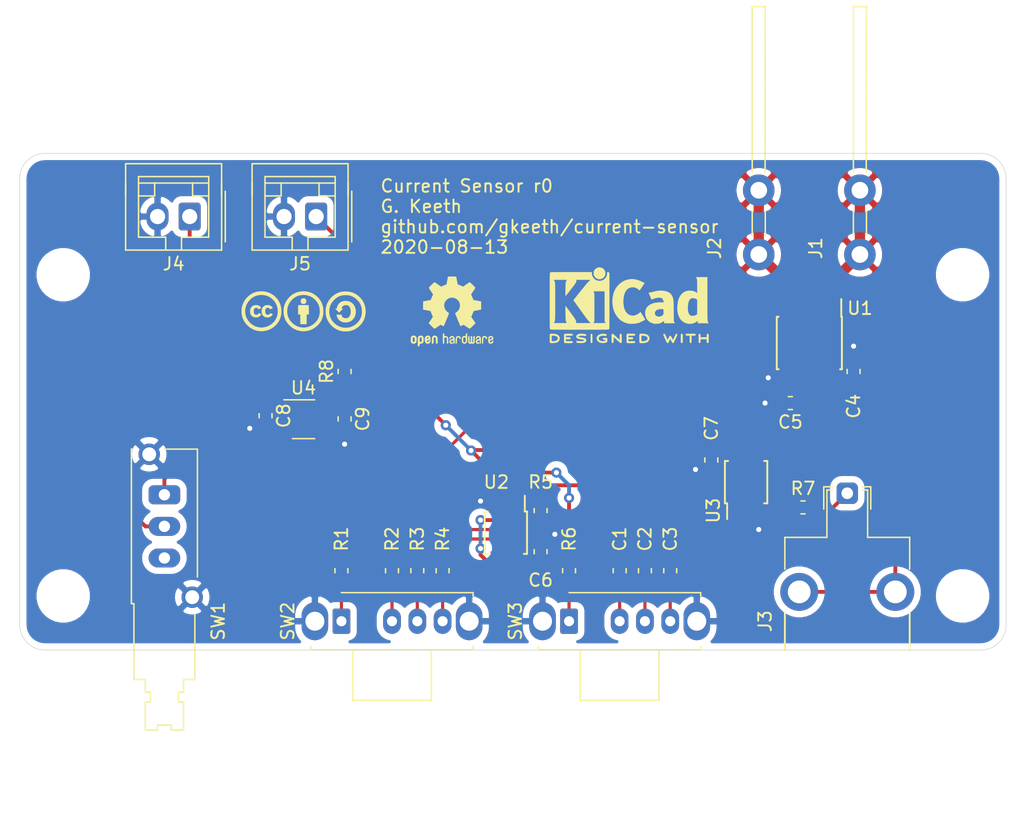
<source format=kicad_pcb>
(kicad_pcb (version 20171130) (host pcbnew "(5.1.6-83-g18490162f)")
  (layers (0 F.Cu signal) (31 B.Cu signal) (34 B.Paste user) (35 F.Paste user) (36 B.SilkS user) (37 F.SilkS user) (38 B.Mask user) (39 F.Mask user) (44 Edge.Cuts user))
  (net 0 "")
  (net 1 "Net-(C1-Pad2)")
  (net 2 "Net-(C1-Pad1)")
  (net 3 "Net-(C2-Pad2)")
  (net 4 "Net-(C3-Pad2)")
  (net 5 +5V)
  (net 6 GND)
  (net 7 "Net-(C5-Pad1)")
  (net 8 "Net-(R1-Pad2)")
  (net 9 "Net-(R1-Pad1)")
  (net 10 "Net-(R2-Pad2)")
  (net 11 "Net-(R2-Pad1)")
  (net 12 "Net-(R3-Pad2)")
  (net 13 "Net-(R4-Pad2)")
  (net 14 "Net-(R5-Pad1)")
  (net 15 "Net-(R7-Pad2)")
  (net 16 "Net-(SW1-Pad3)")
  (net 17 "Net-(U4-Pad4)")
  (net 18 /9V_switched)
  (net 19 /current+)
  (net 20 /current-)
  (net 21 /virtual_gnd)
  (net 22 /vout)
  (net 23 /9V)
  (net 24 /led_high)
  (module Button_Switch_THT_gkeeth:SW_Slide_SP3T_CK_OS103011MA7QP1 (layer F.Cu) (at 140 102)
    (fp_text reference SW3 (at -4.25 0 90) (layer F.SilkS))
    (fp_text value OS103011MA7QP1)
    (pad SH thru_hole oval (at 10.1 0) (size 2.1 3) (drill 1.5) (layers *.Cu *.Mask) (net 6 GND))
    (pad SH thru_hole oval (at -2.1 0) (size 2.1 3) (drill 1.5) (layers *.Cu *.Mask) (net 6 GND))
    (pad 4 thru_hole oval (at 8 0) (size 1.4 2) (drill 0.8) (layers *.Cu *.Mask) (net 4 "Net-(C3-Pad2)"))
    (pad 3 thru_hole oval (at 6 0) (size 1.4 2) (drill 0.8) (layers *.Cu *.Mask) (net 3 "Net-(C2-Pad2)"))
    (pad 2 thru_hole oval (at 4 0) (size 1.4 2) (drill 0.8) (layers *.Cu *.Mask) (net 1 "Net-(C1-Pad2)"))
    (pad 1 thru_hole roundrect (at 0 0) (size 1.4 2) (drill 0.8) (layers *.Cu *.Mask) (roundrect_rratio 0.132) (net 14 "Net-(R5-Pad1)"))
  )
  (module Button_Switch_THT_gkeeth:SW_Slide_SP3T_CK_OS103011MA7QP1 (layer F.Cu) (at 122 102)
    (fp_text reference SW2 (at -4.25 0 90) (layer F.SilkS))
    (fp_text value OS103011MA7QP1)
    (pad SH thru_hole oval (at 10.1 0) (size 2.1 3) (drill 1.5) (layers *.Cu *.Mask) (net 6 GND))
    (pad SH thru_hole oval (at -2.1 0) (size 2.1 3) (drill 1.5) (layers *.Cu *.Mask) (net 6 GND))
    (pad 4 thru_hole oval (at 8 0) (size 1.4 2) (drill 0.8) (layers *.Cu *.Mask) (net 13 "Net-(R4-Pad2)"))
    (pad 3 thru_hole oval (at 6 0) (size 1.4 2) (drill 0.8) (layers *.Cu *.Mask) (net 12 "Net-(R3-Pad2)"))
    (pad 2 thru_hole oval (at 4 0) (size 1.4 2) (drill 0.8) (layers *.Cu *.Mask) (net 10 "Net-(R2-Pad2)"))
    (pad 1 thru_hole roundrect (at 0 0) (size 1.4 2) (drill 0.8) (layers *.Cu *.Mask) (roundrect_rratio 0.132) (net 8 "Net-(R1-Pad2)"))
  )
  (module Button_Switch_THT_gkeeth:SW_Push_SPDT_CK_PN1xSxxx03QE (layer F.Cu) (at 108 92 270)
    (fp_text reference SW1 (at 10 -4.25 90) (layer F.SilkS))
    (fp_text value PN12SHNA03QE)
    (pad 3 thru_hole oval (at 5 0 270) (size 1.5 2.5) (drill 0.9) (layers *.Cu *.Mask) (net 16 "Net-(SW1-Pad3)"))
    (pad 2 thru_hole oval (at 2.5 0 270) (size 1.5 2.5) (drill 0.9) (layers *.Cu *.Mask) (net 23 /9V))
    (pad SH thru_hole circle (at 8.1 -2.2 270) (size 1.7 1.7) (drill 1.1) (layers *.Cu *.Mask) (net 6 GND))
    (pad SH thru_hole circle (at -3.2 1.2 270) (size 1.7 1.7) (drill 1.1) (layers *.Cu *.Mask) (net 6 GND))
    (pad 1 thru_hole roundrect (at 0 0 270) (size 1.5 2.5) (drill 0.9) (layers *.Cu *.Mask) (net 18 /9V_switched))
  )
  (module Connector_Coaxial_gkeeth:BNC_Molex_73100-0105_Horizontal (layer F.Cu) (at 162 91.88)
    (fp_text reference J3 (at -6.5 10.12 90) (layer F.SilkS))
    (fp_text value 0731000105)
    (pad 2 thru_hole circle (at -3.8 7.8) (size 3 3) (drill 1.8) (layers *.Cu *.Mask) (net 21 /virtual_gnd))
    (pad 2 thru_hole circle (at 3.8 7.8) (size 3 3) (drill 1.8) (layers *.Cu *.Mask) (net 21 /virtual_gnd))
    (pad 1 thru_hole roundrect (at 0 0) (size 1.7 1.7) (drill 0.92) (layers *.Cu *.Mask) (net 22 /vout))
  )
  (module Package_SO:SOIC-8_3.9x4.9mm_P1.27mm (layer F.Cu) (at 159 80 270)
    (fp_text reference U1 (at -2.75 -4 180) (layer F.SilkS))
    (fp_text value ACS730xLCTR-40AB)
    (pad 8 smd rect (at 2.7 -1.905 270) (size 1.55 0.6) (layers F.Cu F.Paste F.Mask) (net 5 +5V))
    (pad 7 smd rect (at 2.7 -0.635 270) (size 1.55 0.6) (layers F.Cu F.Paste F.Mask) (net 9 "Net-(R1-Pad1)"))
    (pad 6 smd rect (at 2.7 0.635 270) (size 1.55 0.6) (layers F.Cu F.Paste F.Mask) (net 7 "Net-(C5-Pad1)"))
    (pad 5 smd rect (at 2.7 1.905 270) (size 1.55 0.6) (layers F.Cu F.Paste F.Mask) (net 6 GND))
    (pad 4 smd rect (at -2.7 1.905 270) (size 1.55 0.6) (layers F.Cu F.Paste F.Mask) (net 20 /current-))
    (pad 3 smd rect (at -2.7 0.635 270) (size 1.55 0.6) (layers F.Cu F.Paste F.Mask) (net 20 /current-))
    (pad 2 smd rect (at -2.7 -0.635 270) (size 1.55 0.6) (layers F.Cu F.Paste F.Mask) (net 19 /current+))
    (pad 1 smd rect (at -2.7 -1.905 270) (size 1.55 0.6) (layers F.Cu F.Paste F.Mask) (net 19 /current+))
  )
  (module Capacitor_SMD:C_0603_1608Metric (layer F.Cu) (at 151.25 89.25 270)
    (fp_text reference C7 (at -2.5 0 90) (layer F.SilkS))
    (fp_text value 100n)
    (pad 2 smd roundrect (at 0.7875 0 270) (size 0.875 0.95) (layers F.Cu F.Paste F.Mask) (net 6 GND))
    (pad 1 smd roundrect (at -0.7875 0 270) (size 0.875 0.95) (layers F.Cu F.Paste F.Mask) (net 5 +5V))
  )
  (module Package_SO:MSOP-8_3x3mm_P0.65mm (layer F.Cu) (at 154 91 90)
    (fp_text reference U3 (at -2.25 -2.6 90) (layer F.SilkS))
    (fp_text value AD8616xRM)
    (pad 8 smd rect (at 2.2 -0.975 90) (size 1.45 0.45) (layers F.Cu F.Paste F.Mask) (net 5 +5V))
    (pad 7 smd rect (at 2.2 -0.325 90) (size 1.45 0.45) (layers F.Cu F.Paste F.Mask) (net 21 /virtual_gnd))
    (pad 6 smd rect (at 2.2 0.325 90) (size 1.45 0.45) (layers F.Cu F.Paste F.Mask) (net 21 /virtual_gnd))
    (pad 5 smd rect (at 2.2 0.975 90) (size 1.45 0.45) (layers F.Cu F.Paste F.Mask) (net 7 "Net-(C5-Pad1)"))
    (pad 4 smd rect (at -2.2 0.975 90) (size 1.45 0.45) (layers F.Cu F.Paste F.Mask) (net 6 GND))
    (pad 3 smd rect (at -2.2 0.325 90) (size 1.45 0.45) (layers F.Cu F.Paste F.Mask) (net 2 "Net-(C1-Pad1)"))
    (pad 2 smd rect (at -2.2 -0.325 90) (size 1.45 0.45) (layers F.Cu F.Paste F.Mask) (net 15 "Net-(R7-Pad2)"))
    (pad 1 smd rect (at -2.2 -0.975 90) (size 1.45 0.45) (layers F.Cu F.Paste F.Mask) (net 15 "Net-(R7-Pad2)"))
  )
  (module Symbol:OSHW-Logo2_7.3x6mm_SilkScreen (layer F.Cu) (at 130.75 77.5)
    (fp_text reference LOGO3 hide)
    (fp_text value Logo_Open_Hardware_Small hide)
  )
  (module Symbol:KiCad-Logo2_6mm_SilkScreen (layer F.Cu) (at 144.75 77)
    (fp_text reference LOGO2 hide)
    (fp_text value Logo_MadeWithKiCad hide)
  )
  (module Connector_Molex_SL:Molex_SL_A-70543-0001_1x02_P2.54mm_Vertical (layer F.Cu) (at 120 70 180)
    (fp_text reference J5 (at 1.27 -3.74) (layer F.SilkS))
    (fp_text value Molex_SL_01x02_Male)
    (pad 2 thru_hole oval (at 2.54 0 180) (size 1.74 2.2) (drill 1.2) (layers *.Cu *.Mask) (net 6 GND))
    (pad 1 thru_hole roundrect (at 0 0 180) (size 1.74 2.2) (drill 1.2) (layers *.Cu *.Mask) (roundrect_rratio 0.143678) (net 24 /led_high))
  )
  (module Connector_Molex_Quixon:Connector_Molex_Quixon_19713-4001_1x01_Horizontal (layer F.Cu) (at 155 73 90)
    (fp_text reference J2 (at 0.5 -3.5 90) (layer F.SilkS))
    (fp_text value ‎0197134001‎)
    (pad 1 thru_hole circle (at 5.08 0 90) (size 2.5 2.5) (drill 1.32) (layers *.Cu *.Mask) (net 20 /current-))
    (pad 1 thru_hole circle (at 0 0 90) (size 2.5 2.5) (drill 1.32) (layers *.Cu *.Mask) (net 20 /current-))
  )
  (module Connector_Molex_Quixon:Connector_Molex_Quixon_19713-4001_1x01_Horizontal (layer F.Cu) (at 163 73 90)
    (fp_text reference J1 (at 0.5 -3.5 90) (layer F.SilkS))
    (fp_text value ‎0197134001‎)
    (pad 1 thru_hole circle (at 5.08 0 90) (size 2.5 2.5) (drill 1.32) (layers *.Cu *.Mask) (net 19 /current+))
    (pad 1 thru_hole circle (at 0 0 90) (size 2.5 2.5) (drill 1.32) (layers *.Cu *.Mask) (net 19 /current+))
  )
  (module Package_TO_SOT_SMD:TSOT-23-5 (layer F.Cu) (at 119 86)
    (fp_text reference U4 (at 0 -2.45) (layer F.SilkS))
    (fp_text value NCP718ASN500)
    (pad 5 smd rect (at 1.31 -0.95) (size 1.22 0.65) (layers F.Cu F.Paste F.Mask) (net 5 +5V))
    (pad 4 smd rect (at 1.31 0.95) (size 1.22 0.65) (layers F.Cu F.Paste F.Mask) (net 17 "Net-(U4-Pad4)"))
    (pad 3 smd rect (at -1.31 0.95) (size 1.22 0.65) (layers F.Cu F.Paste F.Mask) (net 18 /9V_switched))
    (pad 2 smd rect (at -1.31 0) (size 1.22 0.65) (layers F.Cu F.Paste F.Mask) (net 6 GND))
    (pad 1 smd rect (at -1.31 -0.95) (size 1.22 0.65) (layers F.Cu F.Paste F.Mask) (net 18 /9V_switched))
  )
  (module Capacitor_SMD:C_0603_1608Metric (layer F.Cu) (at 122.25 86 270)
    (fp_text reference C9 (at 0 -1.43 90) (layer F.SilkS))
    (fp_text value 1u)
    (pad 2 smd roundrect (at 0.7875 0 270) (size 0.875 0.95) (layers F.Cu F.Paste F.Mask) (net 6 GND))
    (pad 1 smd roundrect (at -0.7875 0 270) (size 0.875 0.95) (layers F.Cu F.Paste F.Mask) (net 5 +5V))
  )
  (module MountingHole:MountingHole_3.2mm_M3 (layer F.Cu) (at 100 100)
    (fp_text reference H4 hide)
    (fp_text value MountingHole hide)
    (pad 1 np_thru_hole circle (at 0 0) (size 3.2 3.2) (drill 3.2) (layers *.Cu *.Mask))
  )
  (module MountingHole:MountingHole_3.2mm_M3 (layer F.Cu) (at 171.12 100)
    (fp_text reference H3 hide)
    (fp_text value MountingHole hide)
    (pad 1 np_thru_hole circle (at 0 0) (size 3.2 3.2) (drill 3.2) (layers *.Cu *.Mask))
  )
  (module MountingHole:MountingHole_3.2mm_M3 (layer F.Cu) (at 171.12 74.6)
    (fp_text reference H2 hide)
    (fp_text value MountingHole hide)
    (pad 1 np_thru_hole circle (at 0 0) (size 3.2 3.2) (drill 3.2) (layers *.Cu *.Mask))
  )
  (module MountingHole:MountingHole_3.2mm_M3 (layer F.Cu) (at 100 74.6)
    (fp_text reference H1 hide)
    (fp_text value MountingHole hide)
    (pad 1 np_thru_hole circle (at 0 0) (size 3.2 3.2) (drill 3.2) (layers *.Cu *.Mask))
  )
  (module Package_SO:MSOP-8_3x3mm_P0.65mm (layer F.Cu) (at 135 95 270)
    (fp_text reference U2 (at -4 0.75 180) (layer F.SilkS))
    (fp_text value AD8616xRM)
    (pad 8 smd rect (at 2.2 -0.975 270) (size 1.45 0.45) (layers F.Cu F.Paste F.Mask) (net 5 +5V))
    (pad 7 smd rect (at 2.2 -0.325 270) (size 1.45 0.45) (layers F.Cu F.Paste F.Mask) (net 2 "Net-(C1-Pad1)"))
    (pad 6 smd rect (at 2.2 0.325 270) (size 1.45 0.45) (layers F.Cu F.Paste F.Mask) (net 14 "Net-(R5-Pad1)"))
    (pad 5 smd rect (at 2.2 0.975 270) (size 1.45 0.45) (layers F.Cu F.Paste F.Mask) (net 21 /virtual_gnd))
    (pad 4 smd rect (at -2.2 0.975 270) (size 1.45 0.45) (layers F.Cu F.Paste F.Mask) (net 6 GND))
    (pad 3 smd rect (at -2.2 0.325 270) (size 1.45 0.45) (layers F.Cu F.Paste F.Mask) (net 21 /virtual_gnd))
    (pad 2 smd rect (at -2.2 -0.325 270) (size 1.45 0.45) (layers F.Cu F.Paste F.Mask) (net 8 "Net-(R1-Pad2)"))
    (pad 1 smd rect (at -2.2 -0.975 270) (size 1.45 0.45) (layers F.Cu F.Paste F.Mask) (net 11 "Net-(R2-Pad1)"))
  )
  (module Resistor_SMD:R_0603_1608Metric (layer F.Cu) (at 122.25 82.25 90)
    (fp_text reference R8 (at 0 -1.43 270) (layer F.SilkS))
    (fp_text value R)
    (pad 2 smd roundrect (at 0.7875 0 90) (size 0.875 0.95) (layers F.Cu F.Paste F.Mask) (net 24 /led_high))
    (pad 1 smd roundrect (at -0.7875 0 90) (size 0.875 0.95) (layers F.Cu F.Paste F.Mask) (net 5 +5V))
  )
  (module Resistor_SMD:R_0603_1608Metric (layer F.Cu) (at 158.5 93 180)
    (fp_text reference R7 (at 0 1.5) (layer F.SilkS))
    (fp_text value 49.9)
    (pad 2 smd roundrect (at 0.7875 0 180) (size 0.875 0.95) (layers F.Cu F.Paste F.Mask) (net 15 "Net-(R7-Pad2)"))
    (pad 1 smd roundrect (at -0.7875 0 180) (size 0.875 0.95) (layers F.Cu F.Paste F.Mask) (net 22 /vout))
  )
  (module Resistor_SMD:R_0603_1608Metric (layer F.Cu) (at 140 98 90)
    (fp_text reference R6 (at 2.5 0 90) (layer F.SilkS))
    (fp_text value 10k)
    (pad 2 smd roundrect (at 0.7875 0 90) (size 0.875 0.95) (layers F.Cu F.Paste F.Mask) (net 2 "Net-(C1-Pad1)"))
    (pad 1 smd roundrect (at -0.7875 0 90) (size 0.875 0.95) (layers F.Cu F.Paste F.Mask) (net 14 "Net-(R5-Pad1)"))
  )
  (module Resistor_SMD:R_0603_1608Metric (layer F.Cu) (at 137.75 93.25 90)
    (fp_text reference R5 (at 2.25 0 180) (layer F.SilkS))
    (fp_text value 10k)
    (pad 2 smd roundrect (at 0.7875 0 90) (size 0.875 0.95) (layers F.Cu F.Paste F.Mask) (net 11 "Net-(R2-Pad1)"))
    (pad 1 smd roundrect (at -0.7875 0 90) (size 0.875 0.95) (layers F.Cu F.Paste F.Mask) (net 14 "Net-(R5-Pad1)"))
  )
  (module Resistor_SMD:R_0603_1608Metric (layer F.Cu) (at 130 98 270)
    (fp_text reference R4 (at -2.5 0 90) (layer F.SilkS))
    (fp_text value 100k)
    (pad 2 smd roundrect (at 0.7875 0 270) (size 0.875 0.95) (layers F.Cu F.Paste F.Mask) (net 13 "Net-(R4-Pad2)"))
    (pad 1 smd roundrect (at -0.7875 0 270) (size 0.875 0.95) (layers F.Cu F.Paste F.Mask) (net 11 "Net-(R2-Pad1)"))
  )
  (module Resistor_SMD:R_0603_1608Metric (layer F.Cu) (at 128 98 270)
    (fp_text reference R3 (at -2.5 0 90) (layer F.SilkS))
    (fp_text value 10k)
    (pad 2 smd roundrect (at 0.7875 0 270) (size 0.875 0.95) (layers F.Cu F.Paste F.Mask) (net 12 "Net-(R3-Pad2)"))
    (pad 1 smd roundrect (at -0.7875 0 270) (size 0.875 0.95) (layers F.Cu F.Paste F.Mask) (net 11 "Net-(R2-Pad1)"))
  )
  (module Resistor_SMD:R_0603_1608Metric (layer F.Cu) (at 126 98 270)
    (fp_text reference R2 (at -2.5 0 90) (layer F.SilkS))
    (fp_text value 1k)
    (pad 2 smd roundrect (at 0.7875 0 270) (size 0.875 0.95) (layers F.Cu F.Paste F.Mask) (net 10 "Net-(R2-Pad2)"))
    (pad 1 smd roundrect (at -0.7875 0 270) (size 0.875 0.95) (layers F.Cu F.Paste F.Mask) (net 11 "Net-(R2-Pad1)"))
  )
  (module Resistor_SMD:R_0603_1608Metric (layer F.Cu) (at 122 98 270)
    (fp_text reference R1 (at -2.5 0 90) (layer F.SilkS))
    (fp_text value 1k)
    (pad 2 smd roundrect (at 0.7875 0 270) (size 0.875 0.95) (layers F.Cu F.Paste F.Mask) (net 8 "Net-(R1-Pad2)"))
    (pad 1 smd roundrect (at -0.7875 0 270) (size 0.875 0.95) (layers F.Cu F.Paste F.Mask) (net 9 "Net-(R1-Pad1)"))
  )
  (module Symbol_CreativeCommons:CC-BY-SA_SilkScreenTop_Small (layer F.Cu) (at 119 77.5)
    (fp_text reference LOGO1 hide)
    (fp_text value CC-BY-SA_0.5in hide)
  )
  (module Connector_Molex_SL:Molex_SL_A-70543-0001_1x02_P2.54mm_Vertical (layer F.Cu) (at 110 70 180)
    (fp_text reference J4 (at 1.27 -3.74 180) (layer F.SilkS))
    (fp_text value Molex_SL_01x02_Male)
    (pad 2 thru_hole oval (at 2.54 0 180) (size 1.74 2.2) (drill 1.2) (layers *.Cu *.Mask) (net 6 GND))
    (pad 1 thru_hole roundrect (at 0 0 180) (size 1.74 2.2) (drill 1.2) (layers *.Cu *.Mask) (roundrect_rratio 0.143678) (net 23 /9V))
  )
  (module Capacitor_SMD:C_0603_1608Metric (layer F.Cu) (at 116 85.75 270)
    (fp_text reference C8 (at 0 -1.43 90) (layer F.SilkS))
    (fp_text value 1u)
    (pad 2 smd roundrect (at 0.7875 0 270) (size 0.875 0.95) (layers F.Cu F.Paste F.Mask) (net 6 GND))
    (pad 1 smd roundrect (at -0.7875 0 270) (size 0.875 0.95) (layers F.Cu F.Paste F.Mask) (net 18 /9V_switched))
  )
  (module Capacitor_SMD:C_0603_1608Metric (layer F.Cu) (at 137.75 96.5 90)
    (fp_text reference C6 (at -2.25 0 180) (layer F.SilkS))
    (fp_text value 100n)
    (pad 2 smd roundrect (at 0.7875 0 90) (size 0.875 0.95) (layers F.Cu F.Paste F.Mask) (net 6 GND))
    (pad 1 smd roundrect (at -0.7875 0 90) (size 0.875 0.95) (layers F.Cu F.Paste F.Mask) (net 5 +5V))
  )
  (module Capacitor_SMD:C_0603_1608Metric (layer F.Cu) (at 157.5 84.75 180)
    (fp_text reference C5 (at 0 -1.5 180) (layer F.SilkS))
    (fp_text value 1n)
    (pad 2 smd roundrect (at 0.7875 0 180) (size 0.875 0.95) (layers F.Cu F.Paste F.Mask) (net 6 GND))
    (pad 1 smd roundrect (at -0.7875 0 180) (size 0.875 0.95) (layers F.Cu F.Paste F.Mask) (net 7 "Net-(C5-Pad1)"))
  )
  (module Capacitor_SMD:C_0603_1608Metric (layer F.Cu) (at 162.5 82.25 270)
    (fp_text reference C4 (at 2.75 0 90) (layer F.SilkS))
    (fp_text value 100n)
    (pad 2 smd roundrect (at 0.7875 0 270) (size 0.875 0.95) (layers F.Cu F.Paste F.Mask) (net 5 +5V))
    (pad 1 smd roundrect (at -0.7875 0 270) (size 0.875 0.95) (layers F.Cu F.Paste F.Mask) (net 6 GND))
  )
  (module Capacitor_SMD:C_0603_1608Metric (layer F.Cu) (at 148 98 270)
    (fp_text reference C3 (at -2.5 0 90) (layer F.SilkS))
    (fp_text value 15n)
    (pad 2 smd roundrect (at 0.7875 0 270) (size 0.875 0.95) (layers F.Cu F.Paste F.Mask) (net 4 "Net-(C3-Pad2)"))
    (pad 1 smd roundrect (at -0.7875 0 270) (size 0.875 0.95) (layers F.Cu F.Paste F.Mask) (net 2 "Net-(C1-Pad1)"))
  )
  (module Capacitor_SMD:C_0603_1608Metric (layer F.Cu) (at 146 98 270)
    (fp_text reference C2 (at -2.5 0 90) (layer F.SilkS))
    (fp_text value 1.5n)
    (pad 2 smd roundrect (at 0.7875 0 270) (size 0.875 0.95) (layers F.Cu F.Paste F.Mask) (net 3 "Net-(C2-Pad2)"))
    (pad 1 smd roundrect (at -0.7875 0 270) (size 0.875 0.95) (layers F.Cu F.Paste F.Mask) (net 2 "Net-(C1-Pad1)"))
  )
  (module Capacitor_SMD:C_0603_1608Metric (layer F.Cu) (at 144 98 270)
    (fp_text reference C1 (at -2.5 0 90) (layer F.SilkS))
    (fp_text value 150p)
    (pad 2 smd roundrect (at 0.7875 0 270) (size 0.875 0.95) (layers F.Cu F.Paste F.Mask) (net 1 "Net-(C1-Pad2)"))
    (pad 1 smd roundrect (at -0.7875 0 270) (size 0.875 0.95) (layers F.Cu F.Paste F.Mask) (net 2 "Net-(C1-Pad1)"))
  )
  (gr_text "Current Sensor r0\nG. Keeth\ngithub.com/gkeeth/current-sensor\n2020-08-13" (at 125 70) (layer F.SilkS) (effects (font (size 1 1)) (justify left)))
  (gr_line (start 174.56 102.28) (end 174.56 67) (angle 90) (layer Edge.Cuts) (width 0.05))
  (gr_line (start 98.56 104.28) (end 172.56 104.28) (angle 90) (layer Edge.Cuts) (width 0.05))
  (gr_line (start 96.56 67) (end 96.56 102.28) (angle 90) (layer Edge.Cuts) (width 0.05))
  (gr_arc (start 98.56 102.28) (end 96.56 102.28) (angle -90) (layer Edge.Cuts) (width 0.05))
  (gr_arc (start 172.56 102.28) (end 172.56 104.28) (angle -90) (layer Edge.Cuts) (width 0.05))
  (gr_line (start 98.56 65) (end 172.56 65) (angle 90) (layer Edge.Cuts) (width 0.05))
  (gr_arc (start 98.56 67) (end 98.56 65) (angle -90) (layer Edge.Cuts) (width 0.05))
  (gr_arc (start 172.56 67) (end 174.56 67) (angle -90) (layer Edge.Cuts) (width 0.05))
  (segment (start 144 98.7875) (end 144 102) (width 0.25) (layer F.Cu) (net 1))
  (segment (start 151.2875 97.2125) (end 148 97.2125) (width 0.25) (layer F.Cu) (net 2))
  (segment (start 154.325 94.175) (end 151.2875 97.2125) (width 0.25) (layer F.Cu) (net 2))
  (segment (start 154.325 93.2) (end 154.325 94.175) (width 0.25) (layer F.Cu) (net 2))
  (segment (start 148 97.2125) (end 146 97.2125) (width 0.25) (layer F.Cu) (net 2))
  (segment (start 146 97.2125) (end 144 97.2125) (width 0.25) (layer F.Cu) (net 2))
  (segment (start 144 97.2125) (end 140 97.2125) (width 0.25) (layer F.Cu) (net 2))
  (segment (start 135.976408 98.75) (end 135.325 98.098592) (width 0.25) (layer F.Cu) (net 2))
  (segment (start 135.325 98.098592) (end 135.325 97.2) (width 0.25) (layer F.Cu) (net 2))
  (segment (start 138.4625 98.75) (end 135.976408 98.75) (width 0.25) (layer F.Cu) (net 2))
  (segment (start 140 97.2125) (end 138.4625 98.75) (width 0.25) (layer F.Cu) (net 2))
  (segment (start 146 98.7875) (end 146 102) (width 0.25) (layer F.Cu) (net 3))
  (segment (start 148 98.7875) (end 148 102) (width 0.25) (layer F.Cu) (net 4))
  (segment (start 161.2425 83.0375) (end 160.905 82.7) (width 0.3048) (layer F.Cu) (net 5))
  (segment (start 162.5 83.0375) (end 161.2425 83.0375) (width 0.3048) (layer F.Cu) (net 5))
  (segment (start 151.5875 88.8) (end 151.25 88.4625) (width 0.3048) (layer F.Cu) (net 5))
  (segment (start 153.025 88.8) (end 151.5875 88.8) (width 0.3048) (layer F.Cu) (net 5))
  (segment (start 136.0625 97.2875) (end 135.975 97.2) (width 0.3048) (layer F.Cu) (net 5))
  (segment (start 137.75 97.2875) (end 136.0625 97.2875) (width 0.3048) (layer F.Cu) (net 5))
  (segment (start 160.905 82.7) (end 160.8 82.7) (width 0.3048) (layer F.Cu) (net 5))
  (segment (start 122.0875 85.05) (end 122.25 85.2125) (width 0.3048) (layer F.Cu) (net 5))
  (segment (start 120.31 85.05) (end 122.0875 85.05) (width 0.3048) (layer F.Cu) (net 5))
  (segment (start 122.25 85.2125) (end 122.25 83.0375) (width 0.3048) (layer F.Cu) (net 5))
  (via (at 132.25 88.5) (size 0.8) (drill 0.4) (layers F.Cu B.Cu) (net 5))
  (segment (start 132.2875 88.4625) (end 132.25 88.5) (width 0.3048) (layer F.Cu) (net 5))
  (segment (start 151.25 88.4625) (end 132.2875 88.4625) (width 0.3048) (layer F.Cu) (net 5))
  (via (at 130.25 86.5) (size 0.8) (drill 0.4) (layers F.Cu B.Cu) (net 5))
  (segment (start 132.25 88.5) (end 130.25 86.5) (width 0.3048) (layer B.Cu) (net 5))
  (segment (start 128.9625 85.2125) (end 122.25 85.2125) (width 0.3048) (layer F.Cu) (net 5))
  (segment (start 130.25 86.5) (end 128.9625 85.2125) (width 0.3048) (layer F.Cu) (net 5))
  (segment (start 122.2875 85.2125) (end 122.25 85.2125) (width 0.3048) (layer F.Cu) (net 5))
  (segment (start 127.75 79.75) (end 122.2875 85.2125) (width 0.3048) (layer F.Cu) (net 5))
  (segment (start 159.25 79.75) (end 127.75 79.75) (width 0.3048) (layer F.Cu) (net 5))
  (segment (start 160.905 81.405) (end 159.25 79.75) (width 0.3048) (layer F.Cu) (net 5))
  (segment (start 160.905 82.7) (end 160.905 81.405) (width 0.3048) (layer F.Cu) (net 5))
  (via (at 140 92.25) (size 0.8) (drill 0.4) (layers F.Cu B.Cu) (net 5))
  (segment (start 140 92.25) (end 140 91.25) (width 0.3048) (layer B.Cu) (net 5))
  (via (at 139 90.25) (size 0.8) (drill 0.4) (layers F.Cu B.Cu) (net 5))
  (segment (start 140 91.25) (end 139 90.25) (width 0.3048) (layer B.Cu) (net 5))
  (segment (start 134 90.25) (end 132.25 88.5) (width 0.3048) (layer F.Cu) (net 5))
  (segment (start 139 90.25) (end 134 90.25) (width 0.3048) (layer F.Cu) (net 5))
  (segment (start 137.75 97.2875) (end 138.326056 97.2875) (width 0.3048) (layer F.Cu) (net 5))
  (segment (start 138.326056 97.2875) (end 140 95.613556) (width 0.3048) (layer F.Cu) (net 5))
  (segment (start 140 95.613556) (end 140 92.25) (width 0.3048) (layer F.Cu) (net 5))
  (via (at 114.75 86.75) (size 0.8) (drill 0.4) (layers F.Cu B.Cu) (net 6))
  (segment (start 114.9625 86.5375) (end 114.75 86.75) (width 0.3048) (layer F.Cu) (net 6))
  (segment (start 116 86.5375) (end 114.9625 86.5375) (width 0.3048) (layer F.Cu) (net 6))
  (segment (start 116.5375 86) (end 117.69 86) (width 0.3048) (layer F.Cu) (net 6))
  (segment (start 116 86.5375) (end 116.5375 86) (width 0.3048) (layer F.Cu) (net 6))
  (via (at 122.25 88) (size 0.8) (drill 0.4) (layers F.Cu B.Cu) (net 6))
  (segment (start 122.25 86.7875) (end 122.25 88) (width 0.3048) (layer F.Cu) (net 6))
  (via (at 162.5 80.25) (size 0.8) (drill 0.4) (layers F.Cu B.Cu) (net 6))
  (segment (start 162.5 81.4625) (end 162.5 80.25) (width 0.3048) (layer F.Cu) (net 6))
  (segment (start 155.8 82.7) (end 155.75 82.75) (width 0.3048) (layer F.Cu) (net 6))
  (via (at 155.75 82.75) (size 0.8) (drill 0.4) (layers F.Cu B.Cu) (net 6))
  (segment (start 157.095 82.7) (end 155.8 82.7) (width 0.3048) (layer F.Cu) (net 6))
  (segment (start 156.7125 84.75) (end 155.5 84.75) (width 0.3048) (layer F.Cu) (net 6))
  (via (at 155.5 84.75) (size 0.8) (drill 0.4) (layers F.Cu B.Cu) (net 6))
  (via (at 155 94.75) (size 0.8) (drill 0.4) (layers F.Cu B.Cu) (net 6))
  (segment (start 154.975 94.725) (end 155 94.75) (width 0.3048) (layer F.Cu) (net 6))
  (segment (start 154.975 93.2) (end 154.975 94.725) (width 0.3048) (layer F.Cu) (net 6))
  (via (at 150 90) (size 0.8) (drill 0.4) (layers F.Cu B.Cu) (net 6))
  (segment (start 150.0375 90.0375) (end 150 90) (width 0.3048) (layer F.Cu) (net 6))
  (segment (start 151.25 90.0375) (end 150.0375 90.0375) (width 0.3048) (layer F.Cu) (net 6))
  (via (at 133 92.5) (size 0.8) (drill 0.4) (layers F.Cu B.Cu) (net 6))
  (segment (start 133.3 92.8) (end 133 92.5) (width 0.3048) (layer F.Cu) (net 6))
  (segment (start 134.025 92.8) (end 133.3 92.8) (width 0.3048) (layer F.Cu) (net 6))
  (segment (start 138.2875 95.7125) (end 138.875 95.125) (width 0.3048) (layer F.Cu) (net 6))
  (segment (start 137.75 95.7125) (end 138.2875 95.7125) (width 0.3048) (layer F.Cu) (net 6))
  (via (at 138.875 95.125) (size 0.8) (drill 0.4) (layers F.Cu B.Cu) (net 6))
  (segment (start 158.2875 82.7775) (end 158.365 82.7) (width 0.25) (layer F.Cu) (net 7))
  (segment (start 158.2875 84.75) (end 158.2875 82.7775) (width 0.25) (layer F.Cu) (net 7))
  (segment (start 158.2875 85.9625) (end 158.2875 84.75) (width 0.25) (layer F.Cu) (net 7))
  (segment (start 155.45 88.8) (end 158.2875 85.9625) (width 0.25) (layer F.Cu) (net 7))
  (segment (start 154.975 88.8) (end 155.45 88.8) (width 0.25) (layer F.Cu) (net 7))
  (segment (start 122 98.7875) (end 122 102) (width 0.25) (layer F.Cu) (net 8))
  (segment (start 135.325 93.925) (end 135.325 92.8) (width 0.25) (layer F.Cu) (net 8))
  (segment (start 134.5 94.75) (end 135.325 93.925) (width 0.25) (layer F.Cu) (net 8))
  (segment (start 126.0375 94.75) (end 134.5 94.75) (width 0.25) (layer F.Cu) (net 8))
  (segment (start 122 98.7875) (end 126.0375 94.75) (width 0.25) (layer F.Cu) (net 8))
  (segment (start 159 81) (end 159.635 81.635) (width 0.25) (layer F.Cu) (net 9))
  (segment (start 156.25 81) (end 159 81) (width 0.25) (layer F.Cu) (net 9))
  (segment (start 150.75 86.5) (end 156.25 81) (width 0.25) (layer F.Cu) (net 9))
  (segment (start 132.275 86.5) (end 150.75 86.5) (width 0.25) (layer F.Cu) (net 9))
  (segment (start 159.635 81.635) (end 159.635 82.7) (width 0.25) (layer F.Cu) (net 9))
  (segment (start 122 96.775) (end 132.275 86.5) (width 0.25) (layer F.Cu) (net 9))
  (segment (start 122 97.2125) (end 122 96.775) (width 0.25) (layer F.Cu) (net 9))
  (segment (start 126 98.7875) (end 126 102) (width 0.25) (layer F.Cu) (net 10))
  (segment (start 126 97.2125) (end 128 97.2125) (width 0.25) (layer F.Cu) (net 11))
  (segment (start 128 97.2125) (end 130 97.2125) (width 0.25) (layer F.Cu) (net 11))
  (segment (start 136.3125 92.4625) (end 135.975 92.8) (width 0.25) (layer F.Cu) (net 11))
  (segment (start 137.75 92.4625) (end 136.3125 92.4625) (width 0.25) (layer F.Cu) (net 11))
  (segment (start 135.975 94.093205) (end 135.975 92.8) (width 0.25) (layer F.Cu) (net 11))
  (segment (start 131.7125 95.5) (end 134.568205 95.5) (width 0.25) (layer F.Cu) (net 11))
  (segment (start 134.568205 95.5) (end 135.975 94.093205) (width 0.25) (layer F.Cu) (net 11))
  (segment (start 130 97.2125) (end 131.7125 95.5) (width 0.25) (layer F.Cu) (net 11))
  (segment (start 128 98.7875) (end 128 102) (width 0.25) (layer F.Cu) (net 12))
  (segment (start 130 102) (end 130 98.7875) (width 0.25) (layer F.Cu) (net 13))
  (segment (start 140 102) (end 140 98.7875) (width 0.25) (layer F.Cu) (net 14))
  (segment (start 134.675 98.925) (end 134.675 97.2) (width 0.25) (layer F.Cu) (net 14))
  (segment (start 139.0375 99.75) (end 135.5 99.75) (width 0.25) (layer F.Cu) (net 14))
  (segment (start 135.5 99.75) (end 134.675 98.925) (width 0.25) (layer F.Cu) (net 14))
  (segment (start 140 98.7875) (end 139.0375 99.75) (width 0.25) (layer F.Cu) (net 14))
  (segment (start 136.9625 94.0375) (end 137.75 94.0375) (width 0.25) (layer F.Cu) (net 14))
  (segment (start 134.675 96.325) (end 136.9625 94.0375) (width 0.25) (layer F.Cu) (net 14))
  (segment (start 134.675 97.2) (end 134.675 96.325) (width 0.25) (layer F.Cu) (net 14))
  (segment (start 157.7125 93) (end 156.7125 92) (width 0.3048) (layer F.Cu) (net 15))
  (segment (start 153.675 92.1702) (end 153.675 93.2) (width 0.3048) (layer F.Cu) (net 15))
  (segment (start 153.8452 92) (end 153.675 92.1702) (width 0.3048) (layer F.Cu) (net 15))
  (segment (start 156.7125 92) (end 153.8452 92) (width 0.3048) (layer F.Cu) (net 15))
  (segment (start 153.025 93.2) (end 153.675 93.2) (width 0.3048) (layer F.Cu) (net 15))
  (segment (start 117.6025 84.9625) (end 117.69 85.05) (width 0.3048) (layer F.Cu) (net 18))
  (segment (start 116 84.9625) (end 117.6025 84.9625) (width 0.3048) (layer F.Cu) (net 18))
  (segment (start 118.706401 86.848399) (end 118.6048 86.95) (width 0.3048) (layer F.Cu) (net 18))
  (segment (start 118.706401 85.151601) (end 118.706401 86.848399) (width 0.3048) (layer F.Cu) (net 18))
  (segment (start 118.6048 86.95) (end 117.69 86.95) (width 0.3048) (layer F.Cu) (net 18))
  (segment (start 118.6048 85.05) (end 118.706401 85.151601) (width 0.3048) (layer F.Cu) (net 18))
  (segment (start 117.69 85.05) (end 118.6048 85.05) (width 0.3048) (layer F.Cu) (net 18))
  (segment (start 108 92) (end 108 90.75) (width 0.3048) (layer F.Cu) (net 18))
  (segment (start 113.7875 84.9625) (end 116 84.9625) (width 0.3048) (layer F.Cu) (net 18))
  (segment (start 108 90.75) (end 113.7875 84.9625) (width 0.3048) (layer F.Cu) (net 18))
  (segment (start 159.635 77.3) (end 160.905 77.3) (width 0.8128) (layer F.Cu) (net 19))
  (segment (start 160.905 75.095) (end 163 73) (width 0.8128) (layer F.Cu) (net 19))
  (segment (start 160.905 77.3) (end 160.905 75.095) (width 0.8128) (layer F.Cu) (net 19))
  (segment (start 163 67.92) (end 163 73) (width 0.8128) (layer F.Cu) (net 19))
  (segment (start 157.095 77.3) (end 158.31419 77.3) (width 0.8128) (layer F.Cu) (net 20))
  (segment (start 157.095 75.095) (end 155 73) (width 0.8128) (layer F.Cu) (net 20))
  (segment (start 157.095 77.3) (end 157.095 75.095) (width 0.8128) (layer F.Cu) (net 20))
  (segment (start 155 67.92) (end 155 73) (width 0.8128) (layer F.Cu) (net 20))
  (segment (start 153.675 88.8) (end 154.325 88.8) (width 0.3048) (layer F.Cu) (net 21))
  (segment (start 158.2 99.68) (end 165.8 99.68) (width 0.3048) (layer F.Cu) (net 21))
  (segment (start 154.325 89.8298) (end 154.75 90.2548) (width 0.3048) (layer F.Cu) (net 21))
  (segment (start 154.325 88.8) (end 154.325 89.8298) (width 0.3048) (layer F.Cu) (net 21))
  (segment (start 154.75 90.2548) (end 164.5048 90.2548) (width 0.3048) (layer F.Cu) (net 21))
  (segment (start 165.8 91.55) (end 165.8 99.68) (width 0.3048) (layer F.Cu) (net 21))
  (segment (start 164.5048 90.2548) (end 165.8 91.55) (width 0.3048) (layer F.Cu) (net 21))
  (segment (start 153.675 89.8298) (end 152.2548 91.25) (width 0.3048) (layer F.Cu) (net 21))
  (segment (start 153.675 88.8) (end 153.675 89.8298) (width 0.3048) (layer F.Cu) (net 21))
  (segment (start 134.675 91.7702) (end 134.675 92.8) (width 0.3048) (layer F.Cu) (net 21))
  (segment (start 135.1952 91.25) (end 134.675 91.7702) (width 0.3048) (layer F.Cu) (net 21))
  (segment (start 152.2548 91.25) (end 135.1952 91.25) (width 0.3048) (layer F.Cu) (net 21))
  (via (at 133 96.25) (size 0.8) (drill 0.4) (layers F.Cu B.Cu) (net 21))
  (segment (start 133 96.75) (end 133 96.25) (width 0.3048) (layer F.Cu) (net 21))
  (segment (start 133.45 97.2) (end 133 96.75) (width 0.3048) (layer F.Cu) (net 21))
  (segment (start 134.025 97.2) (end 133.45 97.2) (width 0.3048) (layer F.Cu) (net 21))
  (via (at 133.000009 93.999991) (size 0.8) (drill 0.4) (layers F.Cu B.Cu) (net 21))
  (segment (start 133 94) (end 133.000009 93.999991) (width 0.3048) (layer B.Cu) (net 21))
  (segment (start 134.504809 93.999991) (end 133.000009 93.999991) (width 0.3048) (layer F.Cu) (net 21))
  (segment (start 133 96.25) (end 133 94) (width 0.3048) (layer B.Cu) (net 21))
  (segment (start 134.675 92.8) (end 134.675 93.8298) (width 0.3048) (layer F.Cu) (net 21))
  (segment (start 134.675 93.8298) (end 134.504809 93.999991) (width 0.3048) (layer F.Cu) (net 21))
  (segment (start 160.88 93) (end 162 91.88) (width 0.3048) (layer F.Cu) (net 22))
  (segment (start 159.2875 93) (end 160.88 93) (width 0.3048) (layer F.Cu) (net 22))
  (segment (start 108 94.5) (end 106.5 94.5) (width 0.3048) (layer F.Cu) (net 23))
  (segment (start 106.5 94.5) (end 104.75 92.75) (width 0.3048) (layer F.Cu) (net 23))
  (segment (start 104.75 92.75) (end 104.75 79) (width 0.3048) (layer F.Cu) (net 23))
  (segment (start 110 73.75) (end 110 70) (width 0.3048) (layer F.Cu) (net 23))
  (segment (start 104.75 79) (end 110 73.75) (width 0.3048) (layer F.Cu) (net 23))
  (segment (start 122.25 72.25) (end 120 70) (width 0.3048) (layer F.Cu) (net 24))
  (segment (start 122.25 81.4625) (end 122.25 72.25) (width 0.3048) (layer F.Cu) (net 24))
  (zone (net 6) (net_name GND) (layer B.Cu) (connect_pads (clearance 0.508)) (min_thickness 0.254) (fill yes (arc_segments 32) (thermal_gap 0.508) (thermal_bridge_width 0.508))
    (polygon (pts (xy 176 105) (xy 95 105) (xy 95 64) (xy 176 64)))
  )
  (zone (net 20) (net_name /current-) (layer F.Cu) (connect_pads (clearance 0.508)) (min_thickness 0.254) (fill yes (arc_segments 32) (thermal_gap 0.508) (thermal_bridge_width 0.508) (smoothing fillet) (radius 0.5))
    (polygon (pts (xy 157.5 74.75) (xy 158.6 75.8) (xy 158.6 79) (xy 152.5 79) (xy 152.5 65.75) (xy 157.5 65.75)))
  )
  (zone (net 19) (net_name /current+) (layer F.Cu) (connect_pads (clearance 0.508)) (min_thickness 0.254) (fill yes (arc_segments 32) (thermal_gap 0.508) (thermal_bridge_width 0.508) (smoothing fillet) (radius 0.5))
    (polygon (pts (xy 165.5 79) (xy 159.4 79) (xy 159.4 75.8) (xy 160.5 74.75) (xy 160.5 65.75) (xy 165.5 65.75)))
  )
)
</source>
